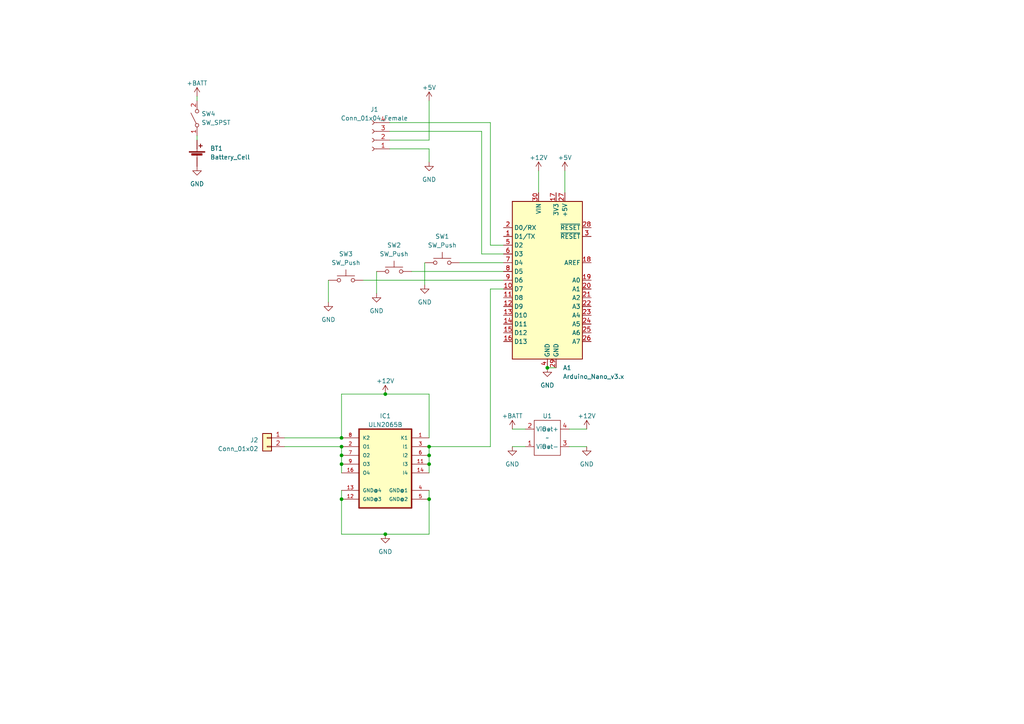
<source format=kicad_sch>
(kicad_sch (version 20231120) (generator "eeschema") (generator_version "8.0")
  (paper "A4")
  (lib_symbols
    (symbol "Connector:Conn_01x04_Female" (pin_names (offset 1.016) hide)
      (property "Reference" "J" (at 0 5.08 0))
      (property "Value" "Conn_01x04_Female" (at 0 -7.62 0))
      (symbol "Conn_01x04_Female_1_1"
        (arc (start 0 -4.572) (mid -0.5058 -5.08) (end 0 -5.588) (stroke (width 0.1524)))
        (arc (start 0 -2.032) (mid -0.5058 -2.54) (end 0 -3.048) (stroke (width 0.1524)))
        (polyline (pts (xy -1.27 -5.08) (xy -0.508 -5.08)) (stroke (width 0.1524)))
        (polyline (pts (xy -1.27 -2.54) (xy -0.508 -2.54)) (stroke (width 0.1524)))
        (polyline (pts (xy -1.27 0) (xy -0.508 0)) (stroke (width 0.1524)))
        (polyline (pts (xy -1.27 2.54) (xy -0.508 2.54)) (stroke (width 0.1524)))
        (arc (start 0 0.508) (mid -0.5058 0) (end 0 -0.508) (stroke (width 0.1524)))
        (arc (start 0 3.048) (mid -0.5058 2.54) (end 0 2.032) (stroke (width 0.1524)))
        (pin passive line (at -5.08 2.54 0) (length 3.81) (name "Pin_1") (number "1"))
        (pin passive line (at -5.08 0 0) (length 3.81) (name "Pin_2") (number "2"))
        (pin passive line (at -5.08 -2.54 0) (length 3.81) (name "Pin_3") (number "3"))
        (pin passive line (at -5.08 -5.08 0) (length 3.81) (name "Pin_4") (number "4"))
      )
    )
    (symbol "Connector_Generic:Conn_01x02" (pin_names (offset 1.016) hide)
      (property "Reference" "J" (at 0 2.54 0))
      (property "Value" "Conn_01x02" (at 0 -5.08 0))
      (symbol "Conn_01x02_1_1"
        (rectangle (start -1.27 -2.413) (end 0 -2.667) (stroke (width 0.1524)))
        (rectangle (start -1.27 0.127) (end 0 -0.127) (stroke (width 0.1524)))
        (rectangle (start -1.27 1.27) (end 1.27 -3.81) (stroke (width 0.254)) (fill (type background)))
        (pin passive line (at -5.08 0 0) (length 3.81) (name "Pin_1") (number "1"))
        (pin passive line (at -5.08 -2.54 0) (length 3.81) (name "Pin_2") (number "2"))
      )
    )
    (symbol "Device:Battery_Cell" (pin_numbers hide) (pin_names (offset 0) hide)
      (property "Reference" "BT" (at 2.54 2.54 0))
      (property "Value" "Battery_Cell" (at 2.54 0 0))
      (symbol "Battery_Cell_0_1"
        (rectangle (start -2.286 1.778) (end 2.286 1.524) (fill (type outline)))
        (rectangle (start -1.5748 1.1938) (end 1.4732 0.6858) (fill (type outline)))
        (polyline (pts (xy 0 0.762) (xy 0 0)))
        (polyline (pts (xy 0 1.778) (xy 0 2.54)))
        (polyline (pts (xy 0.508 3.429) (xy 1.524 3.429)) (stroke (width 0.254)))
        (polyline (pts (xy 1.016 3.937) (xy 1.016 2.921)) (stroke (width 0.254)))
      )
      (symbol "Battery_Cell_1_1"
        (pin passive line (at 0 5.08 270) (length 2.54) (name "+") (number "1"))
        (pin passive line (at 0 -2.54 90) (length 2.54) (name "-") (number "2"))
      )
    )
    (symbol "MCU_Module:Arduino_Nano_v3.x"
      (property "Reference" "A" (at -10.16 23.495 0))
      (property "Value" "Arduino_Nano_v3.x" (at 5.08 -24.13 0))
      (symbol "Arduino_Nano_v3.x_0_1"
        (rectangle (start -10.16 22.86) (end 10.16 -22.86) (stroke (width 0.254)) (fill (type background)))
      )
      (symbol "Arduino_Nano_v3.x_1_1"
        (pin bidirectional line (at -12.7 12.7 0) (length 2.54) (name "D1/TX") (number "1"))
        (pin bidirectional line (at -12.7 -2.54 0) (length 2.54) (name "D7") (number "10"))
        (pin bidirectional line (at -12.7 -5.08 0) (length 2.54) (name "D8") (number "11"))
        (pin bidirectional line (at -12.7 -7.62 0) (length 2.54) (name "D9") (number "12"))
        (pin bidirectional line (at -12.7 -10.16 0) (length 2.54) (name "D10") (number "13"))
        (pin bidirectional line (at -12.7 -12.7 0) (length 2.54) (name "D11") (number "14"))
        (pin bidirectional line (at -12.7 -15.24 0) (length 2.54) (name "D12") (number "15"))
        (pin bidirectional line (at -12.7 -17.78 0) (length 2.54) (name "D13") (number "16"))
        (pin power_out line (at 2.54 25.4 270) (length 2.54) (name "3V3") (number "17"))
        (pin input line (at 12.7 5.08 180) (length 2.54) (name "AREF") (number "18"))
        (pin bidirectional line (at 12.7 0 180) (length 2.54) (name "A0") (number "19"))
        (pin bidirectional line (at -12.7 15.24 0) (length 2.54) (name "D0/RX") (number "2"))
        (pin bidirectional line (at 12.7 -2.54 180) (length 2.54) (name "A1") (number "20"))
        (pin bidirectional line (at 12.7 -5.08 180) (length 2.54) (name "A2") (number "21"))
        (pin bidirectional line (at 12.7 -7.62 180) (length 2.54) (name "A3") (number "22"))
        (pin bidirectional line (at 12.7 -10.16 180) (length 2.54) (name "A4") (number "23"))
        (pin bidirectional line (at 12.7 -12.7 180) (length 2.54) (name "A5") (number "24"))
        (pin bidirectional line (at 12.7 -15.24 180) (length 2.54) (name "A6") (number "25"))
        (pin bidirectional line (at 12.7 -17.78 180) (length 2.54) (name "A7") (number "26"))
        (pin power_out line (at 5.08 25.4 270) (length 2.54) (name "+5V") (number "27"))
        (pin input line (at 12.7 15.24 180) (length 2.54) (name "~{RESET}") (number "28"))
        (pin power_in line (at 2.54 -25.4 90) (length 2.54) (name "GND") (number "29"))
        (pin input line (at 12.7 12.7 180) (length 2.54) (name "~{RESET}") (number "3"))
        (pin power_in line (at -2.54 25.4 270) (length 2.54) (name "VIN") (number "30"))
        (pin power_in line (at 0 -25.4 90) (length 2.54) (name "GND") (number "4"))
        (pin bidirectional line (at -12.7 10.16 0) (length 2.54) (name "D2") (number "5"))
        (pin bidirectional line (at -12.7 7.62 0) (length 2.54) (name "D3") (number "6"))
        (pin bidirectional line (at -12.7 5.08 0) (length 2.54) (name "D4") (number "7"))
        (pin bidirectional line (at -12.7 2.54 0) (length 2.54) (name "D5") (number "8"))
        (pin bidirectional line (at -12.7 0 0) (length 2.54) (name "D6") (number "9"))
      )
    )
    (symbol "Switch:SW_Push" (pin_numbers hide) (pin_names (offset 1.016) hide)
      (property "Reference" "SW" (at 1.27 2.54 0))
      (property "Value" "SW_Push" (at 0 -1.524 0))
      (symbol "SW_Push_0_1"
        (circle (center -2.032 0) (radius 0.508))
        (polyline (pts (xy 0 1.27) (xy 0 3.048)))
        (polyline (pts (xy 2.54 1.27) (xy -2.54 1.27)))
        (circle (center 2.032 0) (radius 0.508))
        (pin passive line (at -5.08 0 0) (length 2.54) (name "1") (number "1"))
        (pin passive line (at 5.08 0 180) (length 2.54) (name "2") (number "2"))
      )
    )
    (symbol "Switch:SW_SPST" (pin_names (offset 0) hide)
      (property "Reference" "SW" (at 0 3.175 0))
      (property "Value" "SW_SPST" (at 0 -2.54 0))
      (symbol "SW_SPST_0_0"
        (circle (center -2.032 0) (radius 0.508))
        (polyline (pts (xy -1.524 0.254) (xy 1.524 1.778)))
        (circle (center 2.032 0) (radius 0.508))
      )
      (symbol "SW_SPST_1_1"
        (pin passive line (at -5.08 0 0) (length 2.54) (name "A") (number "1"))
        (pin passive line (at 5.08 0 180) (length 2.54) (name "B") (number "2"))
      )
    )
    (symbol "ULN2065B:ULN2065B" (pin_names (offset 1.016))
      (property "Reference" "IC" (at -7.6236 10.9272 0))
      (property "Value" "ULN2065B" (at -7.6351 -15.2702 0))
      (symbol "ULN2065B_0_0"
        (rectangle (start -7.62 -12.7) (end 7.62 10.16) (stroke (width 0.4064)) (fill (type background)))
        (pin passive line (at -12.7 7.62 0) (length 5.08) (name "K1") (number "1"))
        (pin input line (at -12.7 0 0) (length 5.08) (name "I3") (number "11"))
        (pin power_in line (at 12.7 -10.16 180) (length 5.08) (name "GND@3") (number "12"))
        (pin power_in line (at 12.7 -7.62 180) (length 5.08) (name "GND@4") (number "13"))
        (pin input line (at -12.7 -2.54 0) (length 5.08) (name "I4") (number "14"))
        (pin open_collector line (at 12.7 -2.54 180) (length 5.08) (name "O4") (number "16"))
        (pin open_collector line (at 12.7 5.08 180) (length 5.08) (name "O1") (number "2"))
        (pin input line (at -12.7 5.08 0) (length 5.08) (name "I1") (number "3"))
        (pin power_in line (at -12.7 -7.62 0) (length 5.08) (name "GND@1") (number "4"))
        (pin power_in line (at -12.7 -10.16 0) (length 5.08) (name "GND@2") (number "5"))
        (pin input line (at -12.7 2.54 0) (length 5.08) (name "I2") (number "6"))
        (pin open_collector line (at 12.7 2.54 180) (length 5.08) (name "O2") (number "7"))
        (pin passive line (at 12.7 7.62 180) (length 5.08) (name "K2") (number "8"))
        (pin open_collector line (at 12.7 0 180) (length 5.08) (name "O3") (number "9"))
      )
    )
    (symbol "chinese_modules:dc-dc"
      (property "Reference" "U" (at 0 0 0))
      (symbol "dc-dc_0_1"
        (rectangle (start -3.81 5.08) (end 3.81 -5.08))
      )
      (symbol "dc-dc_1_1"
        (pin power_in line (at -6.35 -2.54 0) (length 2.54) (name "Vin+") (number "1"))
        (pin power_in line (at -6.35 2.54 0) (length 2.54) (name "Vin+") (number "2"))
        (pin power_out line (at 6.35 -2.54 180) (length 2.54) (name "Out-") (number "3"))
        (pin power_out line (at 6.35 2.54 180) (length 2.54) (name "Out+") (number "4"))
      )
    )
    (symbol "power:+12V" (power) (pin_names (offset 0))
      (property "Value" "+12V" (at 0 3.556 0))
      (symbol "+12V_0_1"
        (polyline (pts (xy -0.762 1.27) (xy 0 2.54)))
        (polyline (pts (xy 0 0) (xy 0 2.54)))
        (polyline (pts (xy 0 2.54) (xy 0.762 1.27)))
      )
      (symbol "+12V_1_1"
        (pin power_in line (at 0 0 90) (length 0) hide (name "+12V") (number "1"))
      )
    )
    (symbol "power:+5V" (power) (pin_names (offset 0))
      (property "Value" "+5V" (at 0 3.556 0))
      (symbol "+5V_0_1"
        (polyline (pts (xy -0.762 1.27) (xy 0 2.54)))
        (polyline (pts (xy 0 0) (xy 0 2.54)))
        (polyline (pts (xy 0 2.54) (xy 0.762 1.27)))
      )
      (symbol "+5V_1_1"
        (pin power_in line (at 0 0 90) (length 0) hide (name "+5V") (number "1"))
      )
    )
    (symbol "power:+BATT" (power) (pin_names (offset 0))
      (property "Value" "+BATT" (at 0 3.556 0))
      (symbol "+BATT_0_1"
        (polyline (pts (xy -0.762 1.27) (xy 0 2.54)))
        (polyline (pts (xy 0 0) (xy 0 2.54)))
        (polyline (pts (xy 0 2.54) (xy 0.762 1.27)))
      )
      (symbol "+BATT_1_1"
        (pin power_in line (at 0 0 90) (length 0) hide (name "+BATT") (number "1"))
      )
    )
    (symbol "power:GND" (power) (pin_names (offset 0))
      (property "Value" "GND" (at 0 -3.81 0))
      (symbol "GND_0_1"
        (polyline (pts (xy 0 0) (xy 0 -1.27) (xy 1.27 -1.27) (xy 0 -2.54) (xy -1.27 -1.27) (xy 0 -1.27)))
      )
      (symbol "GND_1_1"
        (pin power_in line (at 0 0 270) (length 0) hide (name "GND") (number "1"))
      )
    )
  )
  (junction (at 111.76 114.3))
  (junction (at 111.76 154.94))
  (junction (at 124.46 144.78))
  (junction (at 124.46 134.62))
  (junction (at 99.06 144.78))
  (junction (at 124.46 129.54))
  (junction (at 99.06 134.62))
  (junction (at 99.06 127))
  (junction (at 99.06 132.08))
  (junction (at 124.46 132.08))
  (junction (at 99.06 129.54))
  (junction (at 158.75 106.68))
  (wire (pts (xy 57.15 39.37) (xy 57.15 40.64)))
  (wire (pts (xy 142.24 71.12) (xy 146.05 71.12)))
  (wire (pts (xy 124.46 144.78) (xy 124.46 154.94)))
  (wire (pts (xy 82.55 129.54) (xy 99.06 129.54)))
  (wire (pts (xy 111.76 154.94) (xy 99.06 154.94)))
  (wire (pts (xy 99.06 134.62) (xy 99.06 137.16)))
  (wire (pts (xy 99.06 144.78) (xy 99.06 142.24)))
  (wire (pts (xy 105.41 81.28) (xy 146.05 81.28)))
  (wire (pts (xy 124.46 134.62) (xy 124.46 137.16)))
  (wire (pts (xy 113.03 35.56) (xy 142.24 35.56)))
  (wire (pts (xy 142.24 35.56) (xy 142.24 71.12)))
  (wire (pts (xy 99.06 132.08) (xy 99.06 134.62)))
  (wire (pts (xy 99.06 127) (xy 99.06 114.3)))
  (wire (pts (xy 124.46 43.18) (xy 124.46 46.99)))
  (wire (pts (xy 165.1 124.46) (xy 170.18 124.46)))
  (wire (pts (xy 124.46 40.64) (xy 124.46 29.21)))
  (wire (pts (xy 113.03 43.18) (xy 124.46 43.18)))
  (wire (pts (xy 139.7 73.66) (xy 146.05 73.66)))
  (wire (pts (xy 165.1 129.54) (xy 170.18 129.54)))
  (wire (pts (xy 57.15 27.94) (xy 57.15 29.21)))
  (wire (pts (xy 124.46 142.24) (xy 124.46 144.78)))
  (wire (pts (xy 99.06 154.94) (xy 99.06 144.78)))
  (wire (pts (xy 124.46 154.94) (xy 111.76 154.94)))
  (wire (pts (xy 133.35 76.2) (xy 146.05 76.2)))
  (wire (pts (xy 99.06 114.3) (xy 111.76 114.3)))
  (wire (pts (xy 124.46 132.08) (xy 124.46 134.62)))
  (wire (pts (xy 139.7 38.1) (xy 139.7 73.66)))
  (wire (pts (xy 95.25 81.28) (xy 95.25 87.63)))
  (wire (pts (xy 163.83 49.53) (xy 163.83 55.88)))
  (wire (pts (xy 113.03 40.64) (xy 124.46 40.64)))
  (wire (pts (xy 148.59 129.54) (xy 152.4 129.54)))
  (wire (pts (xy 119.38 78.74) (xy 146.05 78.74)))
  (wire (pts (xy 148.59 124.46) (xy 152.4 124.46)))
  (wire (pts (xy 123.19 76.2) (xy 123.19 82.55)))
  (wire (pts (xy 142.24 83.82) (xy 146.05 83.82)))
  (wire (pts (xy 156.21 49.53) (xy 156.21 55.88)))
  (wire (pts (xy 142.24 83.82) (xy 142.24 129.54)))
  (wire (pts (xy 109.22 78.74) (xy 109.22 85.09)))
  (wire (pts (xy 158.75 106.68) (xy 161.29 106.68)))
  (wire (pts (xy 124.46 114.3) (xy 111.76 114.3)))
  (wire (pts (xy 124.46 129.54) (xy 142.24 129.54)))
  (wire (pts (xy 82.55 127) (xy 99.06 127)))
  (wire (pts (xy 113.03 38.1) (xy 139.7 38.1)))
  (wire (pts (xy 99.06 129.54) (xy 99.06 132.08)))
  (wire (pts (xy 124.46 129.54) (xy 124.46 132.08)))
  (wire (pts (xy 124.46 127) (xy 124.46 114.3)))
  (symbol (lib_id "power:+12V") (at 111.76 114.3 0) (mirror y) (unit 1)
    (property "Reference" "#PWR010" (effects (hide yes)))
    (property "Value" "+12V" (at 111.76 110.49 0))
  )
  (symbol (lib_id "Switch:SW_Push") (at 128.27 76.2 0) (unit 1)
    (property "Reference" "SW1" (at 128.27 68.58 0))
    (property "Value" "SW_Push" (at 128.27 71.12 0))
    (property "Footprint" "Button_Switch_THT:SW_PUSH_6mm_H5mm" (effects (hide yes)))
  )
  (symbol (lib_id "power:+5V") (at 124.46 29.21 0) (unit 1)
    (property "Reference" "#PWR012" (effects (hide yes)))
    (property "Value" "+5V" (at 124.46 25.4 0))
  )
  (symbol (lib_id "ULN2065B:ULN2065B") (at 111.76 134.62 0) (mirror y) (unit 1)
    (property "Reference" "IC1" (at 111.76 120.65 0))
    (property "Value" "ULN2065B" (at 111.76 123.19 0))
    (property "Footprint" "Package_DIP:DIP-16_W7.62mm_LongPads" (effects (hide yes)))
  )
  (symbol (lib_id "power:GND") (at 124.46 46.99 0) (unit 1)
    (property "Reference" "#PWR013" (effects (hide yes)))
    (property "Value" "GND" (at 124.46 52.07 0))
  )
  (symbol (lib_id "MCU_Module:Arduino_Nano_v3.x") (at 158.75 81.28 0) (unit 1)
    (property "Reference" "A1" (at 163.2459 106.68 0) (effects (justify left)))
    (property "Value" "Arduino_Nano_v3.x" (at 163.2459 109.22 0) (effects (justify left)))
    (property "Footprint" "Module:Arduino_Nano" (effects (hide yes)))
    (property "Datasheet" "http://www.mouser.com/pdfdocs/Gravitech_Arduino_Nano3_0.pdf" (effects (hide yes)))
  )
  (symbol (lib_id "power:GND") (at 109.22 85.09 0) (unit 1)
    (property "Reference" "#PWR015" (effects (hide yes)))
    (property "Value" "GND" (at 109.22 90.17 0))
  )
  (symbol (lib_id "power:GND") (at 170.18 129.54 0) (unit 1)
    (property "Reference" "#PWR08" (effects (hide yes)))
    (property "Value" "GND" (at 170.18 134.62 0))
  )
  (symbol (lib_id "Connector_Generic:Conn_01x02") (at 77.47 127 0) (mirror y) (unit 1)
    (property "Reference" "J2" (at 74.93 127.635 0) (effects (justify left)))
    (property "Value" "Conn_01x02" (at 74.93 130.175 0) (effects (justify left)))
    (property "Footprint" "Connector_Wire:SolderWirePad_1x02_P7.62mm_Drill2mm" (effects (hide yes)))
  )
  (symbol (lib_id "power:GND") (at 158.75 106.68 0) (unit 1)
    (property "Reference" "#PWR04" (effects (hide yes)))
    (property "Value" "GND" (at 158.75 111.76 0))
  )
  (symbol (lib_id "power:+12V") (at 170.18 124.46 0) (unit 1)
    (property "Reference" "#PWR02" (effects (hide yes)))
    (property "Value" "+12V" (at 170.18 120.65 0))
  )
  (symbol (lib_id "Connector:Conn_01x04_Female") (at 107.95 40.64 180) (unit 1)
    (property "Reference" "J1" (at 108.585 31.75 0))
    (property "Value" "Conn_01x04_Female" (at 108.585 34.29 0))
    (property "Footprint" "Connector_PinSocket_2.54mm:PinSocket_1x04_P2.54mm_Vertical" (effects (hide yes)))
  )
  (symbol (lib_id "power:+BATT") (at 148.59 124.46 0) (unit 1)
    (property "Reference" "#PWR014" (effects (hide yes)))
    (property "Value" "+BATT" (at 148.59 120.65 0))
  )
  (symbol (lib_id "power:GND") (at 95.25 87.63 0) (unit 1)
    (property "Reference" "#PWR016" (effects (hide yes)))
    (property "Value" "GND" (at 95.25 92.71 0))
  )
  (symbol (lib_id "Switch:SW_SPST") (at 57.15 34.29 90) (unit 1)
    (property "Reference" "SW4" (at 58.42 33.0199 90) (effects (justify right)))
    (property "Value" "SW_SPST" (at 58.42 35.5599 90) (effects (justify right)))
    (property "Footprint" "Connector_Molex:Molex_Micro-Fit_3.0_43650-0315_1x03_P3.00mm_Vertical" (effects (hide yes)))
    (property "Description" "Single Pole Single Throw (SPST) switch" (effects (hide yes)))
  )
  (symbol (lib_id "power:+12V") (at 156.21 49.53 0) (unit 1)
    (property "Reference" "#PWR09" (effects (hide yes)))
    (property "Value" "+12V" (at 156.21 45.72 0))
  )
  (symbol (lib_id "power:+BATT") (at 57.15 27.94 0) (unit 1)
    (property "Reference" "#PWR03" (effects (hide yes)))
    (property "Value" "+BATT" (at 57.15 24.13 0))
  )
  (symbol (lib_id "power:GND") (at 111.76 154.94 0) (mirror y) (unit 1)
    (property "Reference" "#PWR06" (effects (hide yes)))
    (property "Value" "GND" (at 111.76 160.02 0))
  )
  (symbol (lib_id "power:GND") (at 57.15 48.26 0) (unit 1)
    (property "Reference" "#PWR01" (effects (hide yes)))
    (property "Value" "GND" (at 57.15 53.34 0))
  )
  (symbol (lib_id "Switch:SW_Push") (at 114.3 78.74 0) (unit 1)
    (property "Reference" "SW2" (at 114.3 71.12 0))
    (property "Value" "SW_Push" (at 114.3 73.66 0))
    (property "Footprint" "Button_Switch_THT:SW_PUSH_6mm_H5mm" (effects (hide yes)))
  )
  (symbol (lib_id "Device:Battery_Cell") (at 57.15 45.72 0) (unit 1)
    (property "Reference" "BT1" (at 60.96 43.053 0) (effects (justify left)))
    (property "Value" "Battery_Cell" (at 60.96 45.593 0) (effects (justify left)))
    (property "Footprint" "Battery:BatteryHolder_Keystone_1042_1x18650" (effects (hide yes)))
  )
  (symbol (lib_id "Switch:SW_Push") (at 100.33 81.28 0) (unit 1)
    (property "Reference" "SW3" (at 100.33 73.66 0))
    (property "Value" "SW_Push" (at 100.33 76.2 0))
    (property "Footprint" "Button_Switch_THT:SW_PUSH_6mm_H5mm" (effects (hide yes)))
  )
  (symbol (lib_id "power:GND") (at 148.59 129.54 0) (unit 1)
    (property "Reference" "#PWR07" (effects (hide yes)))
    (property "Value" "GND" (at 148.59 134.62 0))
  )
  (symbol (lib_id "power:GND") (at 123.19 82.55 0) (unit 1)
    (property "Reference" "#PWR05" (effects (hide yes)))
    (property "Value" "GND" (at 123.19 87.63 0))
  )
  (symbol (lib_id "chinese_modules:dc-dc") (at 158.75 127 0) (unit 1)
    (property "Reference" "U1" (at 158.75 120.65 0))
    (property "Value" "~" (at 158.75 127 0))
    (property "Footprint" "chinese_modules:dc-dc module" (effects (hide yes)))
  )
  (symbol (lib_id "power:+5V") (at 163.83 49.53 0) (unit 1)
    (property "Reference" "#PWR011" (effects (hide yes)))
    (property "Value" "+5V" (at 163.83 45.72 0))
  )
)
</source>
